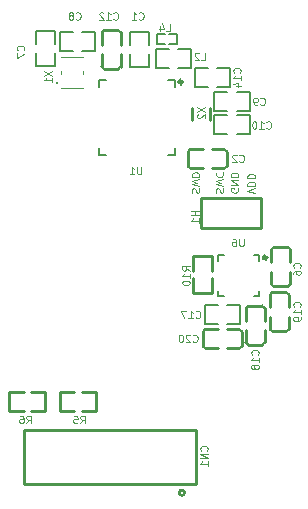
<source format=gbo>
G04 #@! TF.GenerationSoftware,KiCad,Pcbnew,5.1.5-52549c5~84~ubuntu18.04.1*
G04 #@! TF.CreationDate,2020-02-14T10:22:43+02:00*
G04 #@! TF.ProjectId,Touch_Switch_1ch,546f7563-685f-4537-9769-7463685f3163,rev?*
G04 #@! TF.SameCoordinates,Original*
G04 #@! TF.FileFunction,Legend,Bot*
G04 #@! TF.FilePolarity,Positive*
%FSLAX46Y46*%
G04 Gerber Fmt 4.6, Leading zero omitted, Abs format (unit mm)*
G04 Created by KiCad (PCBNEW 5.1.5-52549c5~84~ubuntu18.04.1) date 2020-02-14 10:22:43*
%MOMM*%
%LPD*%
G04 APERTURE LIST*
%ADD10C,0.102000*%
%ADD11C,0.254000*%
%ADD12C,0.300000*%
%ADD13C,0.200000*%
%ADD14C,0.152000*%
%ADD15C,0.100000*%
%ADD16R,1.202000X1.102000*%
%ADD17R,0.737000X1.626000*%
%ADD18O,0.952000X0.382000*%
%ADD19O,0.382000X0.952000*%
%ADD20R,1.802000X1.802000*%
%ADD21R,1.102000X1.202000*%
%ADD22R,3.902000X3.902000*%
%ADD23O,0.322000X1.102000*%
%ADD24O,1.102000X0.322000*%
%ADD25R,0.702000X0.752000*%
%ADD26R,1.902000X1.102000*%
%ADD27C,1.602000*%
%ADD28R,0.902000X1.002000*%
%ADD29C,1.102000*%
G04 APERTURE END LIST*
D10*
X104898976Y-48580747D02*
X104868738Y-48490033D01*
X104868738Y-48338842D01*
X104898976Y-48278366D01*
X104929214Y-48248128D01*
X104989690Y-48217890D01*
X105050166Y-48217890D01*
X105110642Y-48248128D01*
X105140880Y-48278366D01*
X105171119Y-48338842D01*
X105201357Y-48459795D01*
X105231595Y-48520271D01*
X105261833Y-48550509D01*
X105322309Y-48580747D01*
X105382785Y-48580747D01*
X105443261Y-48550509D01*
X105473500Y-48520271D01*
X105503738Y-48459795D01*
X105503738Y-48308604D01*
X105473500Y-48217890D01*
X105503738Y-48006223D02*
X104868738Y-47855033D01*
X105322309Y-47734080D01*
X104868738Y-47613128D01*
X105503738Y-47461938D01*
X104868738Y-47220033D02*
X105503738Y-47220033D01*
X105503738Y-47068842D01*
X105473500Y-46978128D01*
X105413023Y-46917652D01*
X105352547Y-46887414D01*
X105231595Y-46857176D01*
X105140880Y-46857176D01*
X105019928Y-46887414D01*
X104959452Y-46917652D01*
X104898976Y-46978128D01*
X104868738Y-47068842D01*
X104868738Y-47220033D01*
X106930976Y-48580747D02*
X106900738Y-48490033D01*
X106900738Y-48338842D01*
X106930976Y-48278366D01*
X106961214Y-48248128D01*
X107021690Y-48217890D01*
X107082166Y-48217890D01*
X107142642Y-48248128D01*
X107172880Y-48278366D01*
X107203119Y-48338842D01*
X107233357Y-48459795D01*
X107263595Y-48520271D01*
X107293833Y-48550509D01*
X107354309Y-48580747D01*
X107414785Y-48580747D01*
X107475261Y-48550509D01*
X107505500Y-48520271D01*
X107535738Y-48459795D01*
X107535738Y-48308604D01*
X107505500Y-48217890D01*
X107535738Y-48006223D02*
X106900738Y-47855033D01*
X107354309Y-47734080D01*
X106900738Y-47613128D01*
X107535738Y-47461938D01*
X106961214Y-46857176D02*
X106930976Y-46887414D01*
X106900738Y-46978128D01*
X106900738Y-47038604D01*
X106930976Y-47129319D01*
X106991452Y-47189795D01*
X107051928Y-47220033D01*
X107172880Y-47250271D01*
X107263595Y-47250271D01*
X107384547Y-47220033D01*
X107445023Y-47189795D01*
X107505500Y-47129319D01*
X107535738Y-47038604D01*
X107535738Y-46978128D01*
X107505500Y-46887414D01*
X107475261Y-46857176D01*
X108775500Y-48217890D02*
X108805738Y-48278366D01*
X108805738Y-48369080D01*
X108775500Y-48459795D01*
X108715023Y-48520271D01*
X108654547Y-48550509D01*
X108533595Y-48580747D01*
X108442880Y-48580747D01*
X108321928Y-48550509D01*
X108261452Y-48520271D01*
X108200976Y-48459795D01*
X108170738Y-48369080D01*
X108170738Y-48308604D01*
X108200976Y-48217890D01*
X108231214Y-48187652D01*
X108442880Y-48187652D01*
X108442880Y-48308604D01*
X108170738Y-47915509D02*
X108805738Y-47915509D01*
X108170738Y-47552652D01*
X108805738Y-47552652D01*
X108170738Y-47250271D02*
X108805738Y-47250271D01*
X108805738Y-47099080D01*
X108775500Y-47008366D01*
X108715023Y-46947890D01*
X108654547Y-46917652D01*
X108533595Y-46887414D01*
X108442880Y-46887414D01*
X108321928Y-46917652D01*
X108261452Y-46947890D01*
X108200976Y-47008366D01*
X108170738Y-47099080D01*
X108170738Y-47250271D01*
X110202738Y-48641223D02*
X109567738Y-48429557D01*
X110202738Y-48217890D01*
X109567738Y-48006223D02*
X110202738Y-48006223D01*
X110202738Y-47855033D01*
X110172500Y-47764319D01*
X110112023Y-47703842D01*
X110051547Y-47673604D01*
X109930595Y-47643366D01*
X109839880Y-47643366D01*
X109718928Y-47673604D01*
X109658452Y-47703842D01*
X109597976Y-47764319D01*
X109567738Y-47855033D01*
X109567738Y-48006223D01*
X109567738Y-47371223D02*
X110202738Y-47371223D01*
X110202738Y-47220033D01*
X110172500Y-47129319D01*
X110112023Y-47068842D01*
X110051547Y-47038604D01*
X109930595Y-47008366D01*
X109839880Y-47008366D01*
X109718928Y-47038604D01*
X109658452Y-47068842D01*
X109597976Y-47129319D01*
X109567738Y-47220033D01*
X109567738Y-47371223D01*
D11*
X112995000Y-53214000D02*
X111795000Y-53214000D01*
X113195000Y-55264000D02*
X113195000Y-56264000D01*
X111595000Y-55264000D02*
X111595000Y-56264000D01*
X113195000Y-54464000D02*
X113195000Y-53464000D01*
X111595000Y-54464000D02*
X111595000Y-53464000D01*
X112995000Y-56514000D02*
X111795000Y-56514000D01*
X112995000Y-56514000D02*
G75*
G03X113195000Y-56314000I0J200000D01*
G01*
X113195000Y-56314000D02*
X113195000Y-56264000D01*
X111595000Y-56314000D02*
G75*
G03X111795000Y-56514000I200000J0D01*
G01*
X111595000Y-56314000D02*
X111595000Y-56264000D01*
X113195000Y-53414000D02*
G75*
G03X112995000Y-53214000I-200000J0D01*
G01*
X113195000Y-53414000D02*
X113195000Y-53464000D01*
X111795000Y-53214000D02*
G75*
G03X111595000Y-53414000I0J-200000D01*
G01*
X111595000Y-53414000D02*
X111595000Y-53464000D01*
X105664000Y-49022000D02*
X105664000Y-51562000D01*
X105664000Y-51562000D02*
X110744000Y-51562000D01*
X110744000Y-51562000D02*
X110744000Y-49022000D01*
X110744000Y-49022000D02*
X105664000Y-49022000D01*
D12*
X110914005Y-54104539D02*
G75*
G03X110914000Y-54102000I149995J1539D01*
G01*
D13*
X107564000Y-57351000D02*
X107114000Y-57351000D01*
X107114000Y-57351000D02*
X107114000Y-56901000D01*
X107564000Y-53901000D02*
X107114000Y-53901000D01*
X107114000Y-53901000D02*
X107114000Y-54351000D01*
X110564000Y-54351000D02*
X110564000Y-53901000D01*
X110564000Y-53901000D02*
X110114000Y-53901000D01*
X110114000Y-57351000D02*
X110564000Y-57351000D01*
X110564000Y-57351000D02*
X110564000Y-56901000D01*
D11*
X110836000Y-58167000D02*
X109636000Y-58167000D01*
X111036000Y-60217000D02*
X111036000Y-61217000D01*
X109436000Y-60217000D02*
X109436000Y-61217000D01*
X111036000Y-59417000D02*
X111036000Y-58417000D01*
X109436000Y-59417000D02*
X109436000Y-58417000D01*
X110836000Y-61467000D02*
X109636000Y-61467000D01*
X110836000Y-61467000D02*
G75*
G03X111036000Y-61267000I0J200000D01*
G01*
X111036000Y-61267000D02*
X111036000Y-61217000D01*
X109436000Y-61267000D02*
G75*
G03X109636000Y-61467000I200000J0D01*
G01*
X109436000Y-61267000D02*
X109436000Y-61217000D01*
X111036000Y-58367000D02*
G75*
G03X110836000Y-58167000I-200000J0D01*
G01*
X111036000Y-58367000D02*
X111036000Y-58417000D01*
X109636000Y-58167000D02*
G75*
G03X109436000Y-58367000I0J-200000D01*
G01*
X109436000Y-58367000D02*
X109436000Y-58417000D01*
X109092000Y-61560000D02*
X109092000Y-60360000D01*
X107042000Y-61760000D02*
X106042000Y-61760000D01*
X107042000Y-60160000D02*
X106042000Y-60160000D01*
X107842000Y-61760000D02*
X108842000Y-61760000D01*
X107842000Y-60160000D02*
X108842000Y-60160000D01*
X105792000Y-61560000D02*
X105792000Y-60360000D01*
X105792000Y-61560000D02*
G75*
G03X105992000Y-61760000I200000J0D01*
G01*
X105992000Y-61760000D02*
X106042000Y-61760000D01*
X105992000Y-60160000D02*
G75*
G03X105792000Y-60360000I0J-200000D01*
G01*
X105992000Y-60160000D02*
X106042000Y-60160000D01*
X108892000Y-61760000D02*
G75*
G03X109092000Y-61560000I0J200000D01*
G01*
X108892000Y-61760000D02*
X108842000Y-61760000D01*
X109092000Y-60360000D02*
G75*
G03X108892000Y-60160000I-200000J0D01*
G01*
X108892000Y-60160000D02*
X108842000Y-60160000D01*
X112868000Y-57024000D02*
X111668000Y-57024000D01*
X113068000Y-59074000D02*
X113068000Y-60074000D01*
X111468000Y-59074000D02*
X111468000Y-60074000D01*
X113068000Y-58274000D02*
X113068000Y-57274000D01*
X111468000Y-58274000D02*
X111468000Y-57274000D01*
X112868000Y-60324000D02*
X111668000Y-60324000D01*
X112868000Y-60324000D02*
G75*
G03X113068000Y-60124000I0J200000D01*
G01*
X113068000Y-60124000D02*
X113068000Y-60074000D01*
X111468000Y-60124000D02*
G75*
G03X111668000Y-60324000I200000J0D01*
G01*
X111468000Y-60124000D02*
X111468000Y-60074000D01*
X113068000Y-57224000D02*
G75*
G03X112868000Y-57024000I-200000J0D01*
G01*
X113068000Y-57224000D02*
X113068000Y-57274000D01*
X111668000Y-57024000D02*
G75*
G03X111468000Y-57224000I0J-200000D01*
G01*
X111468000Y-57224000D02*
X111468000Y-57274000D01*
D13*
X107842000Y-59728000D02*
X108942000Y-59728000D01*
X108942000Y-59728000D02*
X108942000Y-58128000D01*
X108942000Y-58128000D02*
X107842000Y-58128000D01*
X107042000Y-59728000D02*
X105942000Y-59728000D01*
X105942000Y-59728000D02*
X105942000Y-58728000D01*
X105942000Y-58728000D02*
X105942000Y-58128000D01*
X105942000Y-58128000D02*
X107042000Y-58128000D01*
D11*
X106591000Y-57049000D02*
X104991000Y-57049000D01*
X104996000Y-55198000D02*
X104996000Y-53948000D01*
X106596000Y-55198000D02*
X106596000Y-53948000D01*
X104991000Y-55799000D02*
X104991000Y-57049000D01*
X106591000Y-55799000D02*
X106591000Y-57049000D01*
X106596000Y-53948000D02*
X104996000Y-53948000D01*
X89367000Y-67094000D02*
X89367000Y-65494000D01*
X91218000Y-65499000D02*
X92468000Y-65499000D01*
X91218000Y-67099000D02*
X92468000Y-67099000D01*
X90617000Y-65494000D02*
X89367000Y-65494000D01*
X90617000Y-67094000D02*
X89367000Y-67094000D01*
X92468000Y-67099000D02*
X92468000Y-65499000D01*
X93673000Y-67094000D02*
X93673000Y-65494000D01*
X95524000Y-65499000D02*
X96774000Y-65499000D01*
X95524000Y-67099000D02*
X96774000Y-67099000D01*
X94923000Y-65494000D02*
X93673000Y-65494000D01*
X94923000Y-67094000D02*
X93673000Y-67094000D01*
X96774000Y-67099000D02*
X96774000Y-65499000D01*
D13*
X97606000Y-39028000D02*
X97006000Y-39028000D01*
X97006000Y-39028000D02*
X97006000Y-39628000D01*
X103406000Y-39628000D02*
X103406000Y-39028000D01*
X103406000Y-39028000D02*
X102806000Y-39028000D01*
X102806000Y-45428000D02*
X103406000Y-45428000D01*
X103406000Y-45428000D02*
X103406000Y-44828000D01*
X97606000Y-45428000D02*
X97006000Y-45428000D01*
X97006000Y-45428000D02*
X97006000Y-44828000D01*
D12*
X103756005Y-39229539D02*
G75*
G03X103756000Y-39227000I149995J1539D01*
G01*
D11*
X98644000Y-34810000D02*
X97444000Y-34810000D01*
X98844000Y-36860000D02*
X98844000Y-37860000D01*
X97244000Y-36860000D02*
X97244000Y-37860000D01*
X98844000Y-36060000D02*
X98844000Y-35060000D01*
X97244000Y-36060000D02*
X97244000Y-35060000D01*
X98644000Y-38110000D02*
X97444000Y-38110000D01*
X98644000Y-38110000D02*
G75*
G03X98844000Y-37910000I0J200000D01*
G01*
X98844000Y-37910000D02*
X98844000Y-37860000D01*
X97244000Y-37910000D02*
G75*
G03X97444000Y-38110000I200000J0D01*
G01*
X97244000Y-37910000D02*
X97244000Y-37860000D01*
X98844000Y-35010000D02*
G75*
G03X98644000Y-34810000I-200000J0D01*
G01*
X98844000Y-35010000D02*
X98844000Y-35060000D01*
X97444000Y-34810000D02*
G75*
G03X97244000Y-35010000I0J-200000D01*
G01*
X97244000Y-35010000D02*
X97244000Y-35060000D01*
X104522000Y-45120000D02*
X104522000Y-46320000D01*
X106572000Y-44920000D02*
X107572000Y-44920000D01*
X106572000Y-46520000D02*
X107572000Y-46520000D01*
X105772000Y-44920000D02*
X104772000Y-44920000D01*
X105772000Y-46520000D02*
X104772000Y-46520000D01*
X107822000Y-45120000D02*
X107822000Y-46320000D01*
X107822000Y-45120000D02*
G75*
G03X107622000Y-44920000I-200000J0D01*
G01*
X107622000Y-44920000D02*
X107572000Y-44920000D01*
X107622000Y-46520000D02*
G75*
G03X107822000Y-46320000I0J200000D01*
G01*
X107622000Y-46520000D02*
X107572000Y-46520000D01*
X104722000Y-44920000D02*
G75*
G03X104522000Y-45120000I0J-200000D01*
G01*
X104722000Y-44920000D02*
X104772000Y-44920000D01*
X104522000Y-46320000D02*
G75*
G03X104722000Y-46520000I200000J0D01*
G01*
X104722000Y-46520000D02*
X104772000Y-46520000D01*
D13*
X94785000Y-35014000D02*
X93685000Y-35014000D01*
X93685000Y-35014000D02*
X93685000Y-36614000D01*
X93685000Y-36614000D02*
X94785000Y-36614000D01*
X95585000Y-35014000D02*
X96685000Y-35014000D01*
X96685000Y-35014000D02*
X96685000Y-36014000D01*
X96685000Y-36014000D02*
X96685000Y-36614000D01*
X96685000Y-36614000D02*
X95585000Y-36614000D01*
X93256000Y-35987000D02*
X93256000Y-34887000D01*
X93256000Y-34887000D02*
X91656000Y-34887000D01*
X91656000Y-34887000D02*
X91656000Y-35987000D01*
X93256000Y-36787000D02*
X93256000Y-37887000D01*
X93256000Y-37887000D02*
X92256000Y-37887000D01*
X92256000Y-37887000D02*
X91656000Y-37887000D01*
X91656000Y-37887000D02*
X91656000Y-36787000D01*
X107866000Y-41999000D02*
X106766000Y-41999000D01*
X106766000Y-41999000D02*
X106766000Y-43599000D01*
X106766000Y-43599000D02*
X107866000Y-43599000D01*
X108666000Y-41999000D02*
X109766000Y-41999000D01*
X109766000Y-41999000D02*
X109766000Y-42999000D01*
X109766000Y-42999000D02*
X109766000Y-43599000D01*
X109766000Y-43599000D02*
X108666000Y-43599000D01*
X107869000Y-40094000D02*
X106769000Y-40094000D01*
X106769000Y-40094000D02*
X106769000Y-41694000D01*
X106769000Y-41694000D02*
X107869000Y-41694000D01*
X108669000Y-40094000D02*
X109769000Y-40094000D01*
X109769000Y-40094000D02*
X109769000Y-41094000D01*
X109769000Y-41094000D02*
X109769000Y-41694000D01*
X109769000Y-41694000D02*
X108669000Y-41694000D01*
X107015000Y-39662000D02*
X108115000Y-39662000D01*
X108115000Y-39662000D02*
X108115000Y-38062000D01*
X108115000Y-38062000D02*
X107015000Y-38062000D01*
X106215000Y-39662000D02*
X105115000Y-39662000D01*
X105115000Y-39662000D02*
X105115000Y-38662000D01*
X105115000Y-38662000D02*
X105115000Y-38062000D01*
X105115000Y-38062000D02*
X106215000Y-38062000D01*
X101257000Y-36049000D02*
X101257000Y-34949000D01*
X101257000Y-34949000D02*
X99657000Y-34949000D01*
X99657000Y-34949000D02*
X99657000Y-36049000D01*
X101257000Y-36849000D02*
X101257000Y-37949000D01*
X101257000Y-37949000D02*
X100257000Y-37949000D01*
X100257000Y-37949000D02*
X99657000Y-37949000D01*
X99657000Y-37949000D02*
X99657000Y-36849000D01*
X103716000Y-38011000D02*
X104816000Y-38011000D01*
X104816000Y-38011000D02*
X104816000Y-36411000D01*
X104816000Y-36411000D02*
X103716000Y-36411000D01*
X102916000Y-38011000D02*
X101816000Y-38011000D01*
X101816000Y-38011000D02*
X101816000Y-37011000D01*
X101816000Y-37011000D02*
X101816000Y-36411000D01*
X101816000Y-36411000D02*
X102916000Y-36411000D01*
D14*
X102928000Y-35128000D02*
X103563000Y-35128000D01*
X103563000Y-35128000D02*
X103563000Y-35992000D01*
X103563000Y-35992000D02*
X103030000Y-35992000D01*
X103030000Y-35992000D02*
X102928000Y-35992000D01*
X102547000Y-35992000D02*
X101938000Y-35992000D01*
X101938000Y-35992000D02*
X101938000Y-35128000D01*
X101938000Y-35128000D02*
X102471000Y-35128000D01*
X102471000Y-35128000D02*
X102547000Y-35128000D01*
D11*
X104902000Y-41402000D02*
X104902000Y-42418000D01*
X106426000Y-42418000D02*
X106426000Y-41402000D01*
X105220000Y-68690000D02*
X94620000Y-68691000D01*
X90618000Y-68692000D02*
X90618000Y-73292000D01*
X94620000Y-73291000D02*
X105220000Y-73290000D01*
X105220000Y-73291000D02*
X105220000Y-68691000D01*
X92668000Y-73292000D02*
X94620000Y-73292000D01*
X92668000Y-68692000D02*
X94620000Y-68692000D01*
X90618000Y-68692000D02*
X92668000Y-68692000D01*
X90618000Y-73292000D02*
X92668000Y-73292000D01*
X104242000Y-73992000D02*
G75*
G03X104242000Y-73992000I-224000J0D01*
G01*
D15*
X93537000Y-39308000D02*
G75*
G03X93537000Y-39308000I-100000J0D01*
G01*
D10*
X95607000Y-39719000D02*
X93807000Y-39719000D01*
X95607000Y-37119000D02*
X93807000Y-37119000D01*
X95607000Y-38514000D02*
X95607000Y-38324000D01*
X93807000Y-38514000D02*
X93807000Y-38324000D01*
X114018785Y-54936347D02*
X114049023Y-54906109D01*
X114079261Y-54815395D01*
X114079261Y-54754919D01*
X114049023Y-54664204D01*
X113988547Y-54603728D01*
X113928071Y-54573490D01*
X113807119Y-54543252D01*
X113716404Y-54543252D01*
X113595452Y-54573490D01*
X113534976Y-54603728D01*
X113474500Y-54664204D01*
X113444261Y-54754919D01*
X113444261Y-54815395D01*
X113474500Y-54906109D01*
X113504738Y-54936347D01*
X113444261Y-55480633D02*
X113444261Y-55359680D01*
X113474500Y-55299204D01*
X113504738Y-55268966D01*
X113595452Y-55208490D01*
X113716404Y-55178252D01*
X113958309Y-55178252D01*
X114018785Y-55208490D01*
X114049023Y-55238728D01*
X114079261Y-55299204D01*
X114079261Y-55420157D01*
X114049023Y-55480633D01*
X114018785Y-55510871D01*
X113958309Y-55541109D01*
X113807119Y-55541109D01*
X113746642Y-55510871D01*
X113716404Y-55480633D01*
X113686166Y-55420157D01*
X113686166Y-55299204D01*
X113716404Y-55238728D01*
X113746642Y-55208490D01*
X113807119Y-55178252D01*
X105443261Y-50128490D02*
X104808261Y-50128490D01*
X105110642Y-50128490D02*
X105110642Y-50491347D01*
X105443261Y-50491347D02*
X104808261Y-50491347D01*
X105443261Y-51126347D02*
X105443261Y-50763490D01*
X105443261Y-50944919D02*
X104808261Y-50944919D01*
X104898976Y-50884442D01*
X104959452Y-50823966D01*
X104989690Y-50763490D01*
X109256509Y-52484261D02*
X109256509Y-52998309D01*
X109226271Y-53058785D01*
X109196033Y-53089023D01*
X109135557Y-53119261D01*
X109014604Y-53119261D01*
X108954128Y-53089023D01*
X108923890Y-53058785D01*
X108893652Y-52998309D01*
X108893652Y-52484261D01*
X108319128Y-52484261D02*
X108440080Y-52484261D01*
X108500557Y-52514500D01*
X108530795Y-52544738D01*
X108591271Y-52635452D01*
X108621509Y-52756404D01*
X108621509Y-52998309D01*
X108591271Y-53058785D01*
X108561033Y-53089023D01*
X108500557Y-53119261D01*
X108379604Y-53119261D01*
X108319128Y-53089023D01*
X108288890Y-53058785D01*
X108258652Y-52998309D01*
X108258652Y-52847119D01*
X108288890Y-52786642D01*
X108319128Y-52756404D01*
X108379604Y-52726166D01*
X108500557Y-52726166D01*
X108561033Y-52756404D01*
X108591271Y-52786642D01*
X108621509Y-52847119D01*
X110462785Y-62302347D02*
X110493023Y-62272109D01*
X110523261Y-62181395D01*
X110523261Y-62120919D01*
X110493023Y-62030204D01*
X110432547Y-61969728D01*
X110372071Y-61939490D01*
X110251119Y-61909252D01*
X110160404Y-61909252D01*
X110039452Y-61939490D01*
X109978976Y-61969728D01*
X109918500Y-62030204D01*
X109888261Y-62120919D01*
X109888261Y-62181395D01*
X109918500Y-62272109D01*
X109948738Y-62302347D01*
X110523261Y-62907109D02*
X110523261Y-62544252D01*
X110523261Y-62725680D02*
X109888261Y-62725680D01*
X109978976Y-62665204D01*
X110039452Y-62604728D01*
X110069690Y-62544252D01*
X110160404Y-63269966D02*
X110130166Y-63209490D01*
X110099928Y-63179252D01*
X110039452Y-63149014D01*
X110009214Y-63149014D01*
X109948738Y-63179252D01*
X109918500Y-63209490D01*
X109888261Y-63269966D01*
X109888261Y-63390919D01*
X109918500Y-63451395D01*
X109948738Y-63481633D01*
X110009214Y-63511871D01*
X110039452Y-63511871D01*
X110099928Y-63481633D01*
X110130166Y-63451395D01*
X110160404Y-63390919D01*
X110160404Y-63269966D01*
X110190642Y-63209490D01*
X110220880Y-63179252D01*
X110281357Y-63149014D01*
X110402309Y-63149014D01*
X110462785Y-63179252D01*
X110493023Y-63209490D01*
X110523261Y-63269966D01*
X110523261Y-63390919D01*
X110493023Y-63451395D01*
X110462785Y-63481633D01*
X110402309Y-63511871D01*
X110281357Y-63511871D01*
X110220880Y-63481633D01*
X110190642Y-63451395D01*
X110160404Y-63390919D01*
X104956652Y-61186785D02*
X104986890Y-61217023D01*
X105077604Y-61247261D01*
X105138080Y-61247261D01*
X105228795Y-61217023D01*
X105289271Y-61156547D01*
X105319509Y-61096071D01*
X105349747Y-60975119D01*
X105349747Y-60884404D01*
X105319509Y-60763452D01*
X105289271Y-60702976D01*
X105228795Y-60642500D01*
X105138080Y-60612261D01*
X105077604Y-60612261D01*
X104986890Y-60642500D01*
X104956652Y-60672738D01*
X104714747Y-60672738D02*
X104684509Y-60642500D01*
X104624033Y-60612261D01*
X104472842Y-60612261D01*
X104412366Y-60642500D01*
X104382128Y-60672738D01*
X104351890Y-60733214D01*
X104351890Y-60793690D01*
X104382128Y-60884404D01*
X104744985Y-61247261D01*
X104351890Y-61247261D01*
X103958795Y-60612261D02*
X103898319Y-60612261D01*
X103837842Y-60642500D01*
X103807604Y-60672738D01*
X103777366Y-60733214D01*
X103747128Y-60854166D01*
X103747128Y-61005357D01*
X103777366Y-61126309D01*
X103807604Y-61186785D01*
X103837842Y-61217023D01*
X103898319Y-61247261D01*
X103958795Y-61247261D01*
X104019271Y-61217023D01*
X104049509Y-61186785D01*
X104079747Y-61126309D01*
X104109985Y-61005357D01*
X104109985Y-60854166D01*
X104079747Y-60733214D01*
X104049509Y-60672738D01*
X104019271Y-60642500D01*
X103958795Y-60612261D01*
X114018785Y-58238347D02*
X114049023Y-58208109D01*
X114079261Y-58117395D01*
X114079261Y-58056919D01*
X114049023Y-57966204D01*
X113988547Y-57905728D01*
X113928071Y-57875490D01*
X113807119Y-57845252D01*
X113716404Y-57845252D01*
X113595452Y-57875490D01*
X113534976Y-57905728D01*
X113474500Y-57966204D01*
X113444261Y-58056919D01*
X113444261Y-58117395D01*
X113474500Y-58208109D01*
X113504738Y-58238347D01*
X114079261Y-58843109D02*
X114079261Y-58480252D01*
X114079261Y-58661680D02*
X113444261Y-58661680D01*
X113534976Y-58601204D01*
X113595452Y-58540728D01*
X113625690Y-58480252D01*
X114079261Y-59145490D02*
X114079261Y-59266442D01*
X114049023Y-59326919D01*
X114018785Y-59357157D01*
X113928071Y-59417633D01*
X113807119Y-59447871D01*
X113565214Y-59447871D01*
X113504738Y-59417633D01*
X113474500Y-59387395D01*
X113444261Y-59326919D01*
X113444261Y-59205966D01*
X113474500Y-59145490D01*
X113504738Y-59115252D01*
X113565214Y-59085014D01*
X113716404Y-59085014D01*
X113776880Y-59115252D01*
X113807119Y-59145490D01*
X113837357Y-59205966D01*
X113837357Y-59326919D01*
X113807119Y-59387395D01*
X113776880Y-59417633D01*
X113716404Y-59447871D01*
X105175652Y-59154785D02*
X105205890Y-59185023D01*
X105296604Y-59215261D01*
X105357080Y-59215261D01*
X105447795Y-59185023D01*
X105508271Y-59124547D01*
X105538509Y-59064071D01*
X105568747Y-58943119D01*
X105568747Y-58852404D01*
X105538509Y-58731452D01*
X105508271Y-58670976D01*
X105447795Y-58610500D01*
X105357080Y-58580261D01*
X105296604Y-58580261D01*
X105205890Y-58610500D01*
X105175652Y-58640738D01*
X104570890Y-59215261D02*
X104933747Y-59215261D01*
X104752319Y-59215261D02*
X104752319Y-58580261D01*
X104812795Y-58670976D01*
X104873271Y-58731452D01*
X104933747Y-58761690D01*
X104359223Y-58580261D02*
X103935890Y-58580261D01*
X104208033Y-59215261D01*
X104681261Y-55190347D02*
X104378880Y-54978680D01*
X104681261Y-54827490D02*
X104046261Y-54827490D01*
X104046261Y-55069395D01*
X104076500Y-55129871D01*
X104106738Y-55160109D01*
X104167214Y-55190347D01*
X104257928Y-55190347D01*
X104318404Y-55160109D01*
X104348642Y-55129871D01*
X104378880Y-55069395D01*
X104378880Y-54827490D01*
X104681261Y-55795109D02*
X104681261Y-55432252D01*
X104681261Y-55613680D02*
X104046261Y-55613680D01*
X104136976Y-55553204D01*
X104197452Y-55492728D01*
X104227690Y-55432252D01*
X104046261Y-56188204D02*
X104046261Y-56248680D01*
X104076500Y-56309157D01*
X104106738Y-56339395D01*
X104167214Y-56369633D01*
X104288166Y-56399871D01*
X104439357Y-56399871D01*
X104560309Y-56369633D01*
X104620785Y-56339395D01*
X104651023Y-56309157D01*
X104681261Y-56248680D01*
X104681261Y-56188204D01*
X104651023Y-56127728D01*
X104620785Y-56097490D01*
X104560309Y-56067252D01*
X104439357Y-56037014D01*
X104288166Y-56037014D01*
X104167214Y-56067252D01*
X104106738Y-56097490D01*
X104076500Y-56127728D01*
X104046261Y-56188204D01*
X90859652Y-68105261D02*
X91071319Y-67802880D01*
X91222509Y-68105261D02*
X91222509Y-67470261D01*
X90980604Y-67470261D01*
X90920128Y-67500500D01*
X90889890Y-67530738D01*
X90859652Y-67591214D01*
X90859652Y-67681928D01*
X90889890Y-67742404D01*
X90920128Y-67772642D01*
X90980604Y-67802880D01*
X91222509Y-67802880D01*
X90315366Y-67470261D02*
X90436319Y-67470261D01*
X90496795Y-67500500D01*
X90527033Y-67530738D01*
X90587509Y-67621452D01*
X90617747Y-67742404D01*
X90617747Y-67984309D01*
X90587509Y-68044785D01*
X90557271Y-68075023D01*
X90496795Y-68105261D01*
X90375842Y-68105261D01*
X90315366Y-68075023D01*
X90285128Y-68044785D01*
X90254890Y-67984309D01*
X90254890Y-67833119D01*
X90285128Y-67772642D01*
X90315366Y-67742404D01*
X90375842Y-67712166D01*
X90496795Y-67712166D01*
X90557271Y-67742404D01*
X90587509Y-67772642D01*
X90617747Y-67833119D01*
X95431652Y-68105261D02*
X95643319Y-67802880D01*
X95794509Y-68105261D02*
X95794509Y-67470261D01*
X95552604Y-67470261D01*
X95492128Y-67500500D01*
X95461890Y-67530738D01*
X95431652Y-67591214D01*
X95431652Y-67681928D01*
X95461890Y-67742404D01*
X95492128Y-67772642D01*
X95552604Y-67802880D01*
X95794509Y-67802880D01*
X94857128Y-67470261D02*
X95159509Y-67470261D01*
X95189747Y-67772642D01*
X95159509Y-67742404D01*
X95099033Y-67712166D01*
X94947842Y-67712166D01*
X94887366Y-67742404D01*
X94857128Y-67772642D01*
X94826890Y-67833119D01*
X94826890Y-67984309D01*
X94857128Y-68044785D01*
X94887366Y-68075023D01*
X94947842Y-68105261D01*
X95099033Y-68105261D01*
X95159509Y-68075023D01*
X95189747Y-68044785D01*
X100586509Y-46378261D02*
X100586509Y-46892309D01*
X100556271Y-46952785D01*
X100526033Y-46983023D01*
X100465557Y-47013261D01*
X100344604Y-47013261D01*
X100284128Y-46983023D01*
X100253890Y-46952785D01*
X100223652Y-46892309D01*
X100223652Y-46378261D01*
X99588652Y-47013261D02*
X99951509Y-47013261D01*
X99770080Y-47013261D02*
X99770080Y-46378261D01*
X99830557Y-46468976D01*
X99891033Y-46529452D01*
X99951509Y-46559690D01*
X98225652Y-33881785D02*
X98255890Y-33912023D01*
X98346604Y-33942261D01*
X98407080Y-33942261D01*
X98497795Y-33912023D01*
X98558271Y-33851547D01*
X98588509Y-33791071D01*
X98618747Y-33670119D01*
X98618747Y-33579404D01*
X98588509Y-33458452D01*
X98558271Y-33397976D01*
X98497795Y-33337500D01*
X98407080Y-33307261D01*
X98346604Y-33307261D01*
X98255890Y-33337500D01*
X98225652Y-33367738D01*
X97620890Y-33942261D02*
X97983747Y-33942261D01*
X97802319Y-33942261D02*
X97802319Y-33307261D01*
X97862795Y-33397976D01*
X97923271Y-33458452D01*
X97983747Y-33488690D01*
X97378985Y-33367738D02*
X97348747Y-33337500D01*
X97288271Y-33307261D01*
X97137080Y-33307261D01*
X97076604Y-33337500D01*
X97046366Y-33367738D01*
X97016128Y-33428214D01*
X97016128Y-33488690D01*
X97046366Y-33579404D01*
X97409223Y-33942261D01*
X97016128Y-33942261D01*
X108893652Y-45946785D02*
X108923890Y-45977023D01*
X109014604Y-46007261D01*
X109075080Y-46007261D01*
X109165795Y-45977023D01*
X109226271Y-45916547D01*
X109256509Y-45856071D01*
X109286747Y-45735119D01*
X109286747Y-45644404D01*
X109256509Y-45523452D01*
X109226271Y-45462976D01*
X109165795Y-45402500D01*
X109075080Y-45372261D01*
X109014604Y-45372261D01*
X108923890Y-45402500D01*
X108893652Y-45432738D01*
X108651747Y-45432738D02*
X108621509Y-45402500D01*
X108561033Y-45372261D01*
X108409842Y-45372261D01*
X108349366Y-45402500D01*
X108319128Y-45432738D01*
X108288890Y-45493214D01*
X108288890Y-45553690D01*
X108319128Y-45644404D01*
X108681985Y-46007261D01*
X108288890Y-46007261D01*
X95050652Y-33881785D02*
X95080890Y-33912023D01*
X95171604Y-33942261D01*
X95232080Y-33942261D01*
X95322795Y-33912023D01*
X95383271Y-33851547D01*
X95413509Y-33791071D01*
X95443747Y-33670119D01*
X95443747Y-33579404D01*
X95413509Y-33458452D01*
X95383271Y-33397976D01*
X95322795Y-33337500D01*
X95232080Y-33307261D01*
X95171604Y-33307261D01*
X95080890Y-33337500D01*
X95050652Y-33367738D01*
X94687795Y-33579404D02*
X94748271Y-33549166D01*
X94778509Y-33518928D01*
X94808747Y-33458452D01*
X94808747Y-33428214D01*
X94778509Y-33367738D01*
X94748271Y-33337500D01*
X94687795Y-33307261D01*
X94566842Y-33307261D01*
X94506366Y-33337500D01*
X94476128Y-33367738D01*
X94445890Y-33428214D01*
X94445890Y-33458452D01*
X94476128Y-33518928D01*
X94506366Y-33549166D01*
X94566842Y-33579404D01*
X94687795Y-33579404D01*
X94748271Y-33609642D01*
X94778509Y-33639880D01*
X94808747Y-33700357D01*
X94808747Y-33821309D01*
X94778509Y-33881785D01*
X94748271Y-33912023D01*
X94687795Y-33942261D01*
X94566842Y-33942261D01*
X94506366Y-33912023D01*
X94476128Y-33881785D01*
X94445890Y-33821309D01*
X94445890Y-33700357D01*
X94476128Y-33639880D01*
X94506366Y-33609642D01*
X94566842Y-33579404D01*
X90615785Y-36521347D02*
X90646023Y-36491109D01*
X90676261Y-36400395D01*
X90676261Y-36339919D01*
X90646023Y-36249204D01*
X90585547Y-36188728D01*
X90525071Y-36158490D01*
X90404119Y-36128252D01*
X90313404Y-36128252D01*
X90192452Y-36158490D01*
X90131976Y-36188728D01*
X90071500Y-36249204D01*
X90041261Y-36339919D01*
X90041261Y-36400395D01*
X90071500Y-36491109D01*
X90101738Y-36521347D01*
X90041261Y-36733014D02*
X90041261Y-37156347D01*
X90676261Y-36884204D01*
X111179652Y-43117785D02*
X111209890Y-43148023D01*
X111300604Y-43178261D01*
X111361080Y-43178261D01*
X111451795Y-43148023D01*
X111512271Y-43087547D01*
X111542509Y-43027071D01*
X111572747Y-42906119D01*
X111572747Y-42815404D01*
X111542509Y-42694452D01*
X111512271Y-42633976D01*
X111451795Y-42573500D01*
X111361080Y-42543261D01*
X111300604Y-42543261D01*
X111209890Y-42573500D01*
X111179652Y-42603738D01*
X110574890Y-43178261D02*
X110937747Y-43178261D01*
X110756319Y-43178261D02*
X110756319Y-42543261D01*
X110816795Y-42633976D01*
X110877271Y-42694452D01*
X110937747Y-42724690D01*
X110181795Y-42543261D02*
X110121319Y-42543261D01*
X110060842Y-42573500D01*
X110030604Y-42603738D01*
X110000366Y-42664214D01*
X109970128Y-42785166D01*
X109970128Y-42936357D01*
X110000366Y-43057309D01*
X110030604Y-43117785D01*
X110060842Y-43148023D01*
X110121319Y-43178261D01*
X110181795Y-43178261D01*
X110242271Y-43148023D01*
X110272509Y-43117785D01*
X110302747Y-43057309D01*
X110332985Y-42936357D01*
X110332985Y-42785166D01*
X110302747Y-42664214D01*
X110272509Y-42603738D01*
X110242271Y-42573500D01*
X110181795Y-42543261D01*
X110671652Y-41120785D02*
X110701890Y-41151023D01*
X110792604Y-41181261D01*
X110853080Y-41181261D01*
X110943795Y-41151023D01*
X111004271Y-41090547D01*
X111034509Y-41030071D01*
X111064747Y-40909119D01*
X111064747Y-40818404D01*
X111034509Y-40697452D01*
X111004271Y-40636976D01*
X110943795Y-40576500D01*
X110853080Y-40546261D01*
X110792604Y-40546261D01*
X110701890Y-40576500D01*
X110671652Y-40606738D01*
X110369271Y-41181261D02*
X110248319Y-41181261D01*
X110187842Y-41151023D01*
X110157604Y-41120785D01*
X110097128Y-41030071D01*
X110066890Y-40909119D01*
X110066890Y-40667214D01*
X110097128Y-40606738D01*
X110127366Y-40576500D01*
X110187842Y-40546261D01*
X110308795Y-40546261D01*
X110369271Y-40576500D01*
X110399509Y-40606738D01*
X110429747Y-40667214D01*
X110429747Y-40818404D01*
X110399509Y-40878880D01*
X110369271Y-40909119D01*
X110308795Y-40939357D01*
X110187842Y-40939357D01*
X110127366Y-40909119D01*
X110097128Y-40878880D01*
X110066890Y-40818404D01*
X108938785Y-38426347D02*
X108969023Y-38396109D01*
X108999261Y-38305395D01*
X108999261Y-38244919D01*
X108969023Y-38154204D01*
X108908547Y-38093728D01*
X108848071Y-38063490D01*
X108727119Y-38033252D01*
X108636404Y-38033252D01*
X108515452Y-38063490D01*
X108454976Y-38093728D01*
X108394500Y-38154204D01*
X108364261Y-38244919D01*
X108364261Y-38305395D01*
X108394500Y-38396109D01*
X108424738Y-38426347D01*
X108999261Y-39031109D02*
X108999261Y-38668252D01*
X108999261Y-38849680D02*
X108364261Y-38849680D01*
X108454976Y-38789204D01*
X108515452Y-38728728D01*
X108545690Y-38668252D01*
X108575928Y-39575395D02*
X108999261Y-39575395D01*
X108334023Y-39424204D02*
X108787595Y-39273014D01*
X108787595Y-39666109D01*
X100384652Y-33881785D02*
X100414890Y-33912023D01*
X100505604Y-33942261D01*
X100566080Y-33942261D01*
X100656795Y-33912023D01*
X100717271Y-33851547D01*
X100747509Y-33791071D01*
X100777747Y-33670119D01*
X100777747Y-33579404D01*
X100747509Y-33458452D01*
X100717271Y-33397976D01*
X100656795Y-33337500D01*
X100566080Y-33307261D01*
X100505604Y-33307261D01*
X100414890Y-33337500D01*
X100384652Y-33367738D01*
X99779890Y-33942261D02*
X100142747Y-33942261D01*
X99961319Y-33942261D02*
X99961319Y-33307261D01*
X100021795Y-33397976D01*
X100082271Y-33458452D01*
X100142747Y-33488690D01*
X105652128Y-37371261D02*
X105954509Y-37371261D01*
X105954509Y-36736261D01*
X105470700Y-36796738D02*
X105440461Y-36766500D01*
X105379985Y-36736261D01*
X105228795Y-36736261D01*
X105168319Y-36766500D01*
X105138080Y-36796738D01*
X105107842Y-36857214D01*
X105107842Y-36917690D01*
X105138080Y-37008404D01*
X105500938Y-37371261D01*
X105107842Y-37371261D01*
X102685128Y-34923261D02*
X102987509Y-34923261D01*
X102987509Y-34288261D01*
X102201319Y-34499928D02*
X102201319Y-34923261D01*
X102352509Y-34258023D02*
X102503700Y-34711595D01*
X102110604Y-34711595D01*
X105316261Y-41305014D02*
X105951261Y-41728347D01*
X105316261Y-41728347D02*
X105951261Y-41305014D01*
X105376738Y-41940014D02*
X105346500Y-41970252D01*
X105316261Y-42030728D01*
X105316261Y-42181919D01*
X105346500Y-42242395D01*
X105376738Y-42272633D01*
X105437214Y-42302871D01*
X105497690Y-42302871D01*
X105588404Y-42272633D01*
X105951261Y-41909776D01*
X105951261Y-42302871D01*
X106144785Y-70430347D02*
X106175023Y-70400109D01*
X106205261Y-70309395D01*
X106205261Y-70248919D01*
X106175023Y-70158204D01*
X106114547Y-70097728D01*
X106054071Y-70067490D01*
X105933119Y-70037252D01*
X105842404Y-70037252D01*
X105721452Y-70067490D01*
X105660976Y-70097728D01*
X105600500Y-70158204D01*
X105570261Y-70248919D01*
X105570261Y-70309395D01*
X105600500Y-70400109D01*
X105630738Y-70430347D01*
X106205261Y-70702490D02*
X105570261Y-70702490D01*
X106205261Y-71065347D01*
X105570261Y-71065347D01*
X106205261Y-71700347D02*
X106205261Y-71337490D01*
X106205261Y-71518919D02*
X105570261Y-71518919D01*
X105660976Y-71458442D01*
X105721452Y-71397966D01*
X105751690Y-71337490D01*
X92362261Y-38257014D02*
X92997261Y-38680347D01*
X92362261Y-38680347D02*
X92997261Y-38257014D01*
X92997261Y-39254871D02*
X92997261Y-38892014D01*
X92997261Y-39073442D02*
X92362261Y-39073442D01*
X92452976Y-39012966D01*
X92513452Y-38952490D01*
X92543690Y-38892014D01*
%LPC*%
D16*
X112395000Y-55764000D03*
X112395000Y-53964000D03*
D17*
X106299000Y-50292000D03*
X107569000Y-50292000D03*
X108839000Y-50292000D03*
X110109000Y-50292000D03*
D18*
X110339000Y-54876000D03*
X110339000Y-55376000D03*
X110339000Y-55876000D03*
X110339000Y-56376000D03*
D19*
X109589000Y-57126000D03*
X109089000Y-57126000D03*
X108589000Y-57126000D03*
X108089000Y-57126000D03*
D18*
X107339000Y-56376000D03*
X107339000Y-55876000D03*
X107339000Y-55376000D03*
X107339000Y-54876000D03*
D19*
X108089000Y-54126000D03*
X108589000Y-54126000D03*
X109089000Y-54126000D03*
X109589000Y-54126000D03*
D20*
X108839000Y-55626000D03*
D16*
X110236000Y-60717000D03*
X110236000Y-58917000D03*
D21*
X106542000Y-60960000D03*
X108342000Y-60960000D03*
D16*
X112268000Y-59574000D03*
X112268000Y-57774000D03*
D21*
X106742000Y-58928000D03*
X108142000Y-58928000D03*
D16*
X105791000Y-54699000D03*
X105791000Y-56299000D03*
D21*
X91717000Y-66294000D03*
X90117000Y-66294000D03*
X96023000Y-66294000D03*
X94423000Y-66294000D03*
D22*
X100205000Y-42227000D03*
D23*
X102404000Y-45228000D03*
X102006000Y-45228000D03*
X101607000Y-45228000D03*
X101205000Y-45228000D03*
X100807000Y-45228000D03*
X100405000Y-45228000D03*
X100007000Y-45228000D03*
X99605000Y-45228000D03*
X99206000Y-45228000D03*
X98805000Y-45228000D03*
X98406000Y-45228000D03*
X98005000Y-45228000D03*
X98005000Y-39228000D03*
X98406000Y-39228000D03*
X98805000Y-39228000D03*
X99206000Y-39228000D03*
X99605000Y-39228000D03*
X100007000Y-39228000D03*
X100405000Y-39228000D03*
X100807000Y-39228000D03*
X101205000Y-39228000D03*
X101607000Y-39228000D03*
X102006000Y-39228000D03*
X102404000Y-39228000D03*
D24*
X97206000Y-40027000D03*
X97206000Y-40428000D03*
X97206000Y-40827000D03*
X97206000Y-41228000D03*
X97206000Y-41627000D03*
X97206000Y-42029000D03*
X97206000Y-42427000D03*
X97206000Y-42829000D03*
X97206000Y-43227000D03*
X97206000Y-43629000D03*
X97206000Y-44028000D03*
X97206000Y-44429000D03*
X103206000Y-44429000D03*
X103206000Y-44028000D03*
X103206000Y-43629000D03*
X103206000Y-43227000D03*
X103206000Y-42829000D03*
X103206000Y-42427000D03*
X103206000Y-42029000D03*
X103206000Y-41627000D03*
X103206000Y-41228000D03*
X103206000Y-40827000D03*
X103206000Y-40428000D03*
X103206000Y-40027000D03*
D16*
X98044000Y-37360000D03*
X98044000Y-35560000D03*
D21*
X107072000Y-45720000D03*
X105272000Y-45720000D03*
X95885000Y-35814000D03*
X94485000Y-35814000D03*
D16*
X92456000Y-37087000D03*
X92456000Y-35687000D03*
D21*
X108966000Y-42799000D03*
X107566000Y-42799000D03*
X108969000Y-40894000D03*
X107569000Y-40894000D03*
X105915000Y-38862000D03*
X107315000Y-38862000D03*
D16*
X100457000Y-37149000D03*
X100457000Y-35749000D03*
D21*
X102616000Y-37211000D03*
X104016000Y-37211000D03*
D25*
X102319000Y-35560000D03*
X103167000Y-35560000D03*
D26*
X105664000Y-40660000D03*
X105664000Y-43160000D03*
D27*
X95918000Y-71992000D03*
X95918000Y-69992000D03*
X97918000Y-71992000D03*
X97918000Y-69992000D03*
X99918000Y-71992000D03*
X99918000Y-69992000D03*
X101918000Y-71992000D03*
X101918000Y-69992000D03*
X103918000Y-71992000D03*
X103918000Y-69992000D03*
X93918000Y-71942000D03*
X93918000Y-69992000D03*
X91918000Y-71992000D03*
X91918000Y-69992000D03*
D28*
X95307000Y-39119000D03*
X95307000Y-37719000D03*
X94107000Y-37719000D03*
X94107000Y-39119000D03*
D29*
X88900000Y-62992000D03*
X97282000Y-62992000D03*
M02*

</source>
